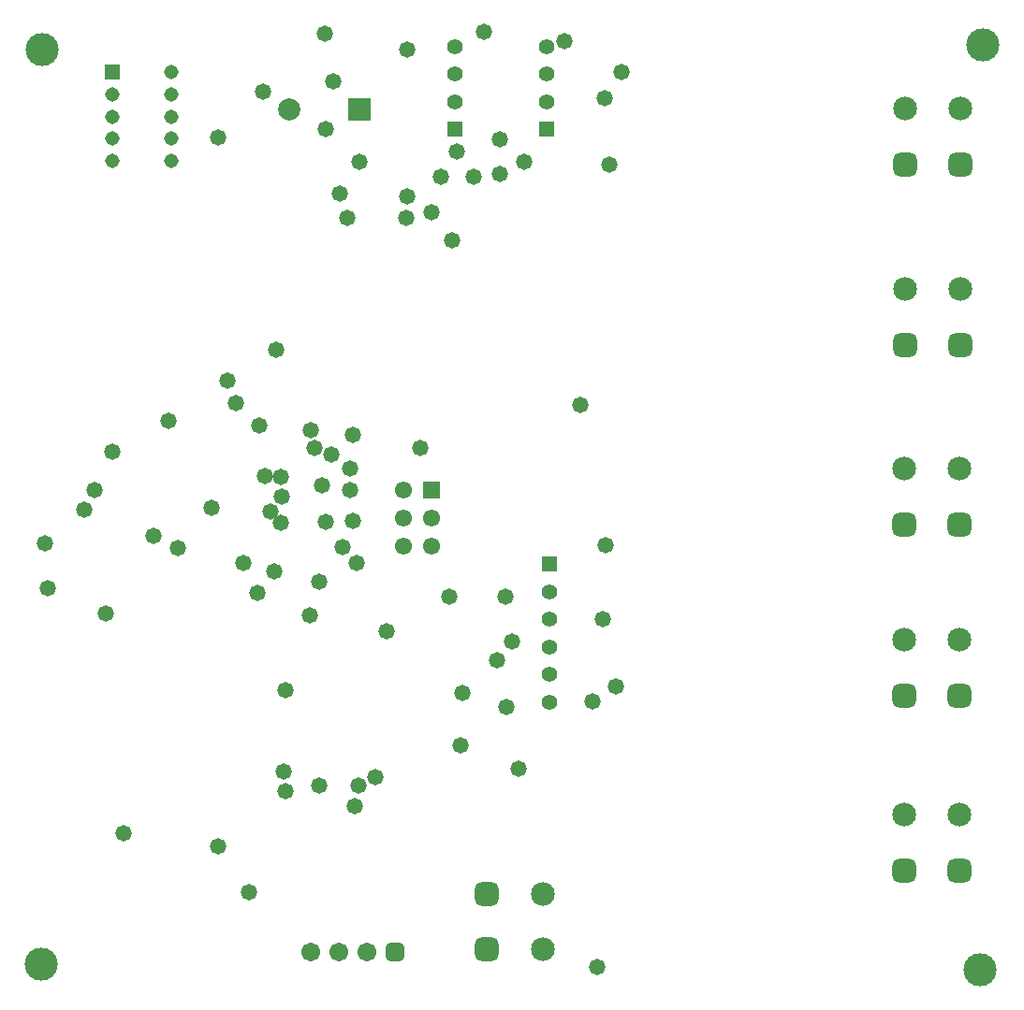
<source format=gbr>
G04*
G04 #@! TF.GenerationSoftware,Altium Limited,Altium Designer,24.6.1 (21)*
G04*
G04 Layer_Color=16711935*
%FSLAX25Y25*%
%MOIN*%
G70*
G04*
G04 #@! TF.SameCoordinates,02B8DA6F-49FF-4BAE-8194-33363A00AC8D*
G04*
G04*
G04 #@! TF.FilePolarity,Negative*
G04*
G01*
G75*
G04:AMPARAMS|DCode=52|XSize=84.77mil|YSize=84.77mil|CornerRadius=23.19mil|HoleSize=0mil|Usage=FLASHONLY|Rotation=90.000|XOffset=0mil|YOffset=0mil|HoleType=Round|Shape=RoundedRectangle|*
%AMROUNDEDRECTD52*
21,1,0.08477,0.03839,0,0,90.0*
21,1,0.03839,0.08477,0,0,90.0*
1,1,0.04639,0.01919,0.01919*
1,1,0.04639,0.01919,-0.01919*
1,1,0.04639,-0.01919,-0.01919*
1,1,0.04639,-0.01919,0.01919*
%
%ADD52ROUNDEDRECTD52*%
%ADD53C,0.08477*%
%ADD54R,0.07887X0.07887*%
%ADD55C,0.07887*%
%ADD56C,0.05512*%
%ADD57R,0.05512X0.05512*%
%ADD58C,0.11800*%
%ADD59C,0.05170*%
%ADD60R,0.05170X0.05170*%
%ADD61R,0.06102X0.06102*%
%ADD62C,0.06102*%
G04:AMPARAMS|DCode=63|XSize=84.77mil|YSize=84.77mil|CornerRadius=23.19mil|HoleSize=0mil|Usage=FLASHONLY|Rotation=0.000|XOffset=0mil|YOffset=0mil|HoleType=Round|Shape=RoundedRectangle|*
%AMROUNDEDRECTD63*
21,1,0.08477,0.03839,0,0,0.0*
21,1,0.03839,0.08477,0,0,0.0*
1,1,0.04639,0.01919,-0.01919*
1,1,0.04639,-0.01919,-0.01919*
1,1,0.04639,-0.01919,0.01919*
1,1,0.04639,0.01919,0.01919*
%
%ADD63ROUNDEDRECTD63*%
%ADD64C,0.06706*%
G04:AMPARAMS|DCode=65|XSize=67.06mil|YSize=67.06mil|CornerRadius=18.76mil|HoleSize=0mil|Usage=FLASHONLY|Rotation=0.000|XOffset=0mil|YOffset=0mil|HoleType=Round|Shape=RoundedRectangle|*
%AMROUNDEDRECTD65*
21,1,0.06706,0.02953,0,0,0.0*
21,1,0.02953,0.06706,0,0,0.0*
1,1,0.03753,0.01476,-0.01476*
1,1,0.03753,-0.01476,-0.01476*
1,1,0.03753,-0.01476,0.01476*
1,1,0.03753,0.01476,0.01476*
%
%ADD65ROUNDEDRECTD65*%
%ADD66C,0.05800*%
D52*
X681493Y208129D02*
D03*
X661808D02*
D03*
Y268905D02*
D03*
X681493D02*
D03*
X682030Y333129D02*
D03*
X662345D02*
D03*
X682030Y397405D02*
D03*
X662345D02*
D03*
X681493Y145629D02*
D03*
X661808D02*
D03*
D53*
X681493Y228129D02*
D03*
X661808D02*
D03*
Y288905D02*
D03*
X681493D02*
D03*
X682030Y353129D02*
D03*
X662345D02*
D03*
X682030Y417405D02*
D03*
X662345D02*
D03*
X533276Y117642D02*
D03*
Y137327D02*
D03*
X681493Y165629D02*
D03*
X661808D02*
D03*
D54*
X468000Y417000D02*
D03*
D55*
X443000D02*
D03*
D56*
X534500Y439500D02*
D03*
Y429658D02*
D03*
Y419815D02*
D03*
X502000Y439500D02*
D03*
Y429658D02*
D03*
Y419815D02*
D03*
X535500Y205815D02*
D03*
Y215657D02*
D03*
Y225500D02*
D03*
Y235343D02*
D03*
Y245185D02*
D03*
D57*
X534500Y409972D02*
D03*
X502000D02*
D03*
X535500Y255028D02*
D03*
D58*
X354500Y112500D02*
D03*
X689000Y110500D02*
D03*
X690000Y440000D02*
D03*
X355000Y438500D02*
D03*
D59*
X400933Y398752D02*
D03*
Y406626D02*
D03*
Y414500D02*
D03*
Y422374D02*
D03*
Y430248D02*
D03*
X380067Y398752D02*
D03*
Y406626D02*
D03*
Y414500D02*
D03*
Y422374D02*
D03*
D60*
Y430248D02*
D03*
D61*
X493441Y281201D02*
D03*
D62*
Y271201D02*
D03*
Y261201D02*
D03*
X483441Y281201D02*
D03*
Y271201D02*
D03*
Y261201D02*
D03*
D63*
X513276Y117642D02*
D03*
Y137327D02*
D03*
D64*
X450500Y116681D02*
D03*
X460500D02*
D03*
X470500D02*
D03*
D65*
X480500D02*
D03*
D66*
X485000Y386000D02*
D03*
X493541Y380500D02*
D03*
X485000Y438500D02*
D03*
X500000Y243500D02*
D03*
X519874D02*
D03*
X455500Y444000D02*
D03*
X458500Y427000D02*
D03*
X438275Y331225D02*
D03*
X468000Y398500D02*
D03*
X456000Y410000D02*
D03*
X557000Y397500D02*
D03*
X541000Y441500D02*
D03*
X461000Y387000D02*
D03*
X477500Y231000D02*
D03*
X554500Y235500D02*
D03*
X504500Y209000D02*
D03*
X504000Y190500D02*
D03*
X524500Y182000D02*
D03*
X356000Y262500D02*
D03*
X433500Y423500D02*
D03*
X424000Y312500D02*
D03*
X415375Y274925D02*
D03*
X380000Y295000D02*
D03*
X400000Y306000D02*
D03*
X552500Y111500D02*
D03*
X426500Y255500D02*
D03*
X357000Y246500D02*
D03*
X421000Y320357D02*
D03*
X431525Y244525D02*
D03*
X437500Y252500D02*
D03*
X439900Y286181D02*
D03*
X440200Y279000D02*
D03*
X464500Y281500D02*
D03*
Y289000D02*
D03*
X454500Y283000D02*
D03*
X465500Y301000D02*
D03*
X458000Y294050D02*
D03*
X450500Y302758D02*
D03*
X484500Y378500D02*
D03*
X501000Y370500D02*
D03*
X497000Y393000D02*
D03*
X508500D02*
D03*
X518000Y394000D02*
D03*
X526500Y398500D02*
D03*
X502500Y402000D02*
D03*
X518000Y406500D02*
D03*
X436301Y273714D02*
D03*
X439900Y269555D02*
D03*
X453658Y248642D02*
D03*
X450364Y236564D02*
D03*
X465700Y270400D02*
D03*
X466900Y255300D02*
D03*
X455900Y269900D02*
D03*
X489500Y296500D02*
D03*
X473500Y179000D02*
D03*
X463500Y378500D02*
D03*
X373437Y281500D02*
D03*
X441500Y210000D02*
D03*
X377500Y237500D02*
D03*
X452004Y296486D02*
D03*
X441000Y181000D02*
D03*
X441500Y174000D02*
D03*
X453500Y176000D02*
D03*
X417500Y407100D02*
D03*
X555382Y421100D02*
D03*
X546524Y311800D02*
D03*
X512200Y444700D02*
D03*
X520300Y203878D02*
D03*
X516800Y220600D02*
D03*
X550900Y206100D02*
D03*
X522200Y227500D02*
D03*
X462000Y261000D02*
D03*
X394435Y265032D02*
D03*
X403100Y260600D02*
D03*
X434300Y286400D02*
D03*
X428500Y138000D02*
D03*
X370000Y274500D02*
D03*
X384000Y159000D02*
D03*
X467500Y176000D02*
D03*
X417500Y154500D02*
D03*
X432400Y304400D02*
D03*
X466225Y168725D02*
D03*
X555582Y261718D02*
D03*
X559400Y211200D02*
D03*
X561100Y430200D02*
D03*
M02*

</source>
